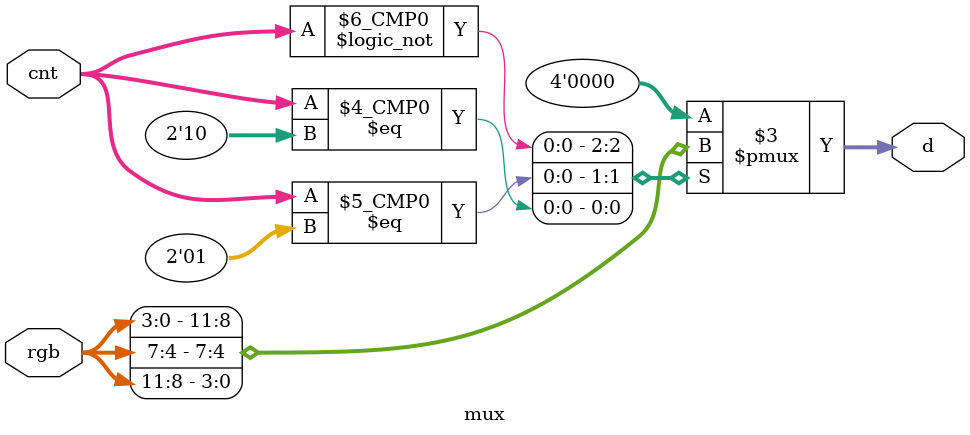
<source format=v>
`timescale 1ns / 1ps

module mux (
    input [1:0] cnt,
    input [11:0] rgb,
    output reg [3:0] d
);
always @(*) begin
    case (cnt)
        2'b00: d = rgb[3:0]; 
        2'b01: d = rgb[7:4];
        2'b10: d = rgb[11:8];
        default: d = 0;
    endcase
end 
endmodule

</source>
